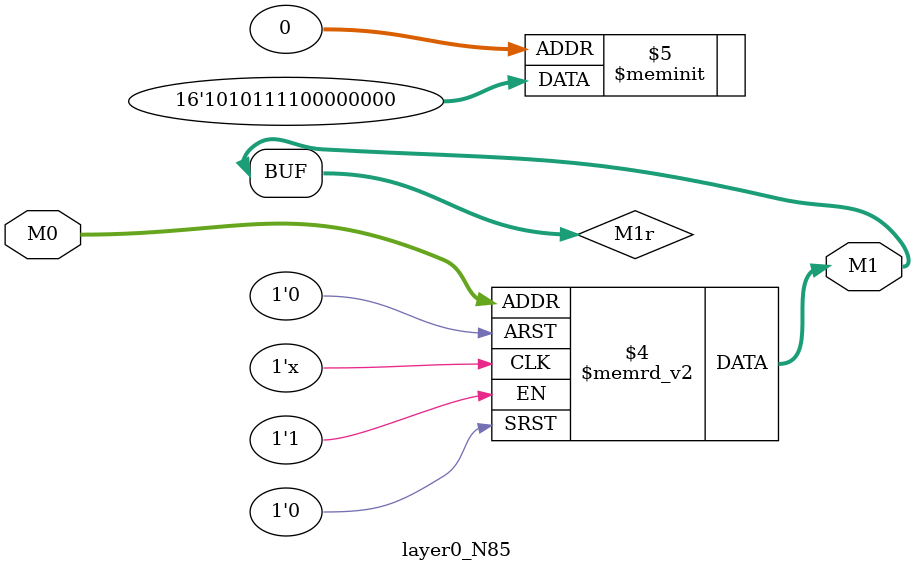
<source format=v>
module layer0_N85 ( input [2:0] M0, output [1:0] M1 );

	(*rom_style = "distributed" *) reg [1:0] M1r;
	assign M1 = M1r;
	always @ (M0) begin
		case (M0)
			3'b000: M1r = 2'b00;
			3'b100: M1r = 2'b11;
			3'b010: M1r = 2'b00;
			3'b110: M1r = 2'b10;
			3'b001: M1r = 2'b00;
			3'b101: M1r = 2'b11;
			3'b011: M1r = 2'b00;
			3'b111: M1r = 2'b10;

		endcase
	end
endmodule

</source>
